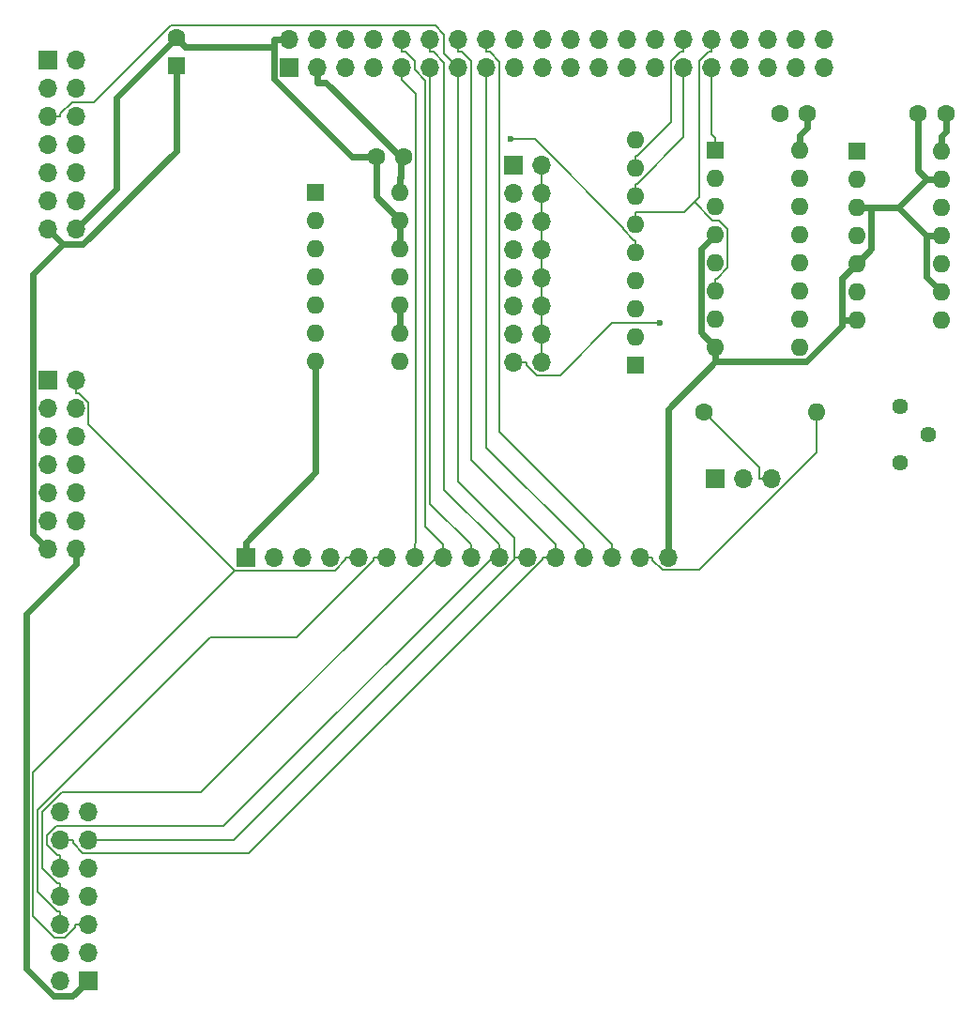
<source format=gbl>
G04 #@! TF.GenerationSoftware,KiCad,Pcbnew,(7.0.0-0)*
G04 #@! TF.CreationDate,2023-03-24T09:46:00+09:00*
G04 #@! TF.ProjectId,KZ80-SC1602,4b5a3830-2d53-4433-9136-30322e6b6963,rev?*
G04 #@! TF.SameCoordinates,PX5f5e100PY8f0d180*
G04 #@! TF.FileFunction,Copper,L2,Bot*
G04 #@! TF.FilePolarity,Positive*
%FSLAX46Y46*%
G04 Gerber Fmt 4.6, Leading zero omitted, Abs format (unit mm)*
G04 Created by KiCad (PCBNEW (7.0.0-0)) date 2023-03-24 09:46:00*
%MOMM*%
%LPD*%
G01*
G04 APERTURE LIST*
G04 #@! TA.AperFunction,ComponentPad*
%ADD10R,1.600000X1.600000*%
G04 #@! TD*
G04 #@! TA.AperFunction,ComponentPad*
%ADD11O,1.600000X1.600000*%
G04 #@! TD*
G04 #@! TA.AperFunction,ComponentPad*
%ADD12R,1.700000X1.700000*%
G04 #@! TD*
G04 #@! TA.AperFunction,ComponentPad*
%ADD13O,1.700000X1.700000*%
G04 #@! TD*
G04 #@! TA.AperFunction,ComponentPad*
%ADD14C,1.600000*%
G04 #@! TD*
G04 #@! TA.AperFunction,ComponentPad*
%ADD15C,1.440000*%
G04 #@! TD*
G04 #@! TA.AperFunction,ViaPad*
%ADD16C,0.600000*%
G04 #@! TD*
G04 #@! TA.AperFunction,Conductor*
%ADD17C,0.200000*%
G04 #@! TD*
G04 #@! TA.AperFunction,Conductor*
%ADD18C,0.600000*%
G04 #@! TD*
G04 APERTURE END LIST*
D10*
X57249999Y60324999D03*
D11*
X57249999Y62864999D03*
X57249999Y65404999D03*
X57249999Y67944999D03*
X57249999Y70484999D03*
X57249999Y73024999D03*
X57249999Y75564999D03*
X57249999Y78104999D03*
X57249999Y80644999D03*
D12*
X64444999Y50024999D03*
D13*
X66984999Y50024999D03*
X69524999Y50024999D03*
D14*
X82750000Y83000000D03*
X85250000Y83000000D03*
D15*
X81100000Y51500000D03*
X83640000Y54040000D03*
X81100000Y56580000D03*
D14*
X63445000Y56025000D03*
D11*
X73604999Y56024999D03*
D14*
X70250000Y83000000D03*
X72750000Y83000000D03*
D10*
X15799999Y87299999D03*
D14*
X15800000Y89800000D03*
D12*
X4219999Y87779999D03*
D13*
X6759999Y87779999D03*
X4219999Y85239999D03*
X6759999Y85239999D03*
X4219999Y82699999D03*
X6759999Y82699999D03*
X4219999Y80159999D03*
X6759999Y80159999D03*
X4219999Y77619999D03*
X6759999Y77619999D03*
X4219999Y75079999D03*
X6759999Y75079999D03*
X4219999Y72539999D03*
X6759999Y72539999D03*
D10*
X28379999Y75899999D03*
D11*
X28379999Y73359999D03*
X28379999Y70819999D03*
X28379999Y68279999D03*
X28379999Y65739999D03*
X28379999Y63199999D03*
X28379999Y60659999D03*
X35999999Y60659999D03*
X35999999Y63199999D03*
X35999999Y65739999D03*
X35999999Y68279999D03*
X35999999Y70819999D03*
X35999999Y73359999D03*
X35999999Y75899999D03*
D12*
X46259999Y78339999D03*
D13*
X48799999Y78339999D03*
X46259999Y75799999D03*
X48799999Y75799999D03*
X46259999Y73259999D03*
X48799999Y73259999D03*
X46259999Y70719999D03*
X48799999Y70719999D03*
X46259999Y68179999D03*
X48799999Y68179999D03*
X46259999Y65639999D03*
X48799999Y65639999D03*
X46259999Y63099999D03*
X48799999Y63099999D03*
X46259999Y60559999D03*
X48799999Y60559999D03*
D10*
X64449999Y79699999D03*
D11*
X64449999Y77159999D03*
X64449999Y74619999D03*
X64449999Y72079999D03*
X64449999Y69539999D03*
X64449999Y66999999D03*
X64449999Y64459999D03*
X64449999Y61919999D03*
X72069999Y61919999D03*
X72069999Y64459999D03*
X72069999Y66999999D03*
X72069999Y69539999D03*
X72069999Y72079999D03*
X72069999Y74619999D03*
X72069999Y77159999D03*
X72069999Y79699999D03*
D12*
X22069999Y42969999D03*
D13*
X24609999Y42969999D03*
X27149999Y42969999D03*
X29689999Y42969999D03*
X32229999Y42969999D03*
X34769999Y42969999D03*
X37309999Y42969999D03*
X39849999Y42969999D03*
X42389999Y42969999D03*
X44929999Y42969999D03*
X47469999Y42969999D03*
X50009999Y42969999D03*
X52549999Y42969999D03*
X55089999Y42969999D03*
X57629999Y42969999D03*
X60169999Y42969999D03*
D12*
X26019999Y87159999D03*
D13*
X26019999Y89699999D03*
X28559999Y87159999D03*
X28559999Y89699999D03*
X31099999Y87159999D03*
X31099999Y89699999D03*
X33639999Y87159999D03*
X33639999Y89699999D03*
X36179999Y87159999D03*
X36179999Y89699999D03*
X38719999Y87159999D03*
X38719999Y89699999D03*
X41259999Y87159999D03*
X41259999Y89699999D03*
X43799999Y87159999D03*
X43799999Y89699999D03*
X46339999Y87159999D03*
X46339999Y89699999D03*
X48879999Y87159999D03*
X48879999Y89699999D03*
X51419999Y87159999D03*
X51419999Y89699999D03*
X53959999Y87159999D03*
X53959999Y89699999D03*
X56499999Y87159999D03*
X56499999Y89699999D03*
X59039999Y87159999D03*
X59039999Y89699999D03*
X61579999Y87159999D03*
X61579999Y89699999D03*
X64119999Y87159999D03*
X64119999Y89699999D03*
X66659999Y87159999D03*
X66659999Y89699999D03*
X69199999Y87159999D03*
X69199999Y89699999D03*
X71739999Y87159999D03*
X71739999Y89699999D03*
X74279999Y87159999D03*
X74279999Y89699999D03*
D12*
X4219999Y58909999D03*
D13*
X6759999Y58909999D03*
X4219999Y56369999D03*
X6759999Y56369999D03*
X4219999Y53829999D03*
X6759999Y53829999D03*
X4219999Y51289999D03*
X6759999Y51289999D03*
X4219999Y48749999D03*
X6759999Y48749999D03*
X4219999Y46209999D03*
X6759999Y46209999D03*
X4219999Y43669999D03*
X6759999Y43669999D03*
D14*
X33850000Y79100000D03*
X36350000Y79100000D03*
D10*
X77199999Y79624999D03*
D11*
X77199999Y77084999D03*
X77199999Y74544999D03*
X77199999Y72004999D03*
X77199999Y69464999D03*
X77199999Y66924999D03*
X77199999Y64384999D03*
X84819999Y64384999D03*
X84819999Y66924999D03*
X84819999Y69464999D03*
X84819999Y72004999D03*
X84819999Y74544999D03*
X84819999Y77084999D03*
X84819999Y79624999D03*
D12*
X7869999Y4749999D03*
D13*
X5329999Y4749999D03*
X7869999Y7289999D03*
X5329999Y7289999D03*
X7869999Y9829999D03*
X5329999Y9829999D03*
X7869999Y12369999D03*
X5329999Y12369999D03*
X7869999Y14909999D03*
X5329999Y14909999D03*
X7869999Y17449999D03*
X5329999Y17449999D03*
X7869999Y19989999D03*
X5329999Y19989999D03*
D16*
X45994600Y80678300D03*
X59417200Y64073400D03*
D17*
X48135900Y80678300D02*
X45994600Y80678300D01*
X56149900Y72664300D02*
X48135900Y80678300D01*
X56149900Y72529300D02*
X56149900Y72664300D01*
X57094100Y71585100D02*
X56149900Y72529300D01*
X57250000Y71585100D02*
X57094100Y71585100D01*
X57250000Y70485000D02*
X57250000Y71585100D01*
X46260000Y60560000D02*
X47410100Y60560000D01*
X47410100Y60321700D02*
X47410100Y60560000D01*
X48347700Y59384100D02*
X47410100Y60321700D01*
X50434100Y59384100D02*
X48347700Y59384100D01*
X55123400Y64073400D02*
X50434100Y59384100D01*
X59417200Y64073400D02*
X55123400Y64073400D01*
X68374900Y51095100D02*
X68374900Y50025000D01*
X63445000Y56025000D02*
X68374900Y51095100D01*
X69525000Y50025000D02*
X68374900Y50025000D01*
X73605000Y52407900D02*
X73605000Y56025000D01*
X63009300Y41812200D02*
X73605000Y52407900D01*
X59650400Y41812200D02*
X63009300Y41812200D01*
X58780100Y42682500D02*
X59650400Y41812200D01*
X58780100Y42970000D02*
X58780100Y42682500D01*
X57630000Y42970000D02*
X58780100Y42970000D01*
X5091700Y10980100D02*
X5330000Y10980100D01*
X3316300Y12755500D02*
X5091700Y10980100D01*
X3316300Y20168800D02*
X3316300Y12755500D01*
X18902600Y35755100D02*
X3316300Y20168800D01*
X26692500Y35755100D02*
X18902600Y35755100D01*
X33619900Y42682500D02*
X26692500Y35755100D01*
X33619900Y42970000D02*
X33619900Y42682500D01*
X34770000Y42970000D02*
X33619900Y42970000D01*
X5330000Y9830000D02*
X5330000Y10980100D01*
X48800000Y60560000D02*
X48800000Y63100000D01*
X48800000Y63100000D02*
X48800000Y65640000D01*
X48800000Y65640000D02*
X48800000Y68180000D01*
X48800000Y73260000D02*
X48800000Y75800000D01*
X48800000Y75800000D02*
X48800000Y78340000D01*
X48800000Y68180000D02*
X48800000Y70720000D01*
X48800000Y70720000D02*
X48800000Y73260000D01*
X64120000Y89700000D02*
X64120000Y88549900D01*
X57250000Y73025000D02*
X57250000Y74125100D01*
X61675500Y74125100D02*
X57250000Y74125100D01*
X62530000Y74979600D02*
X61675500Y74125100D01*
X64159600Y73350000D02*
X62530000Y74979600D01*
X64745300Y73350000D02*
X64159600Y73350000D01*
X65554500Y72540800D02*
X64745300Y73350000D01*
X65554500Y69067100D02*
X65554500Y72540800D01*
X64587500Y68100100D02*
X65554500Y69067100D01*
X64450000Y68100100D02*
X64587500Y68100100D01*
X63832400Y88549900D02*
X64120000Y88549900D01*
X62969900Y87687400D02*
X63832400Y88549900D01*
X62969900Y75419500D02*
X62969900Y87687400D01*
X62530000Y74979600D02*
X62969900Y75419500D01*
X64450000Y67000000D02*
X64450000Y68100100D01*
X64120000Y81130100D02*
X64450000Y80800100D01*
X64120000Y87160000D02*
X64120000Y81130100D01*
X64450000Y79700000D02*
X64450000Y80800100D01*
X61580000Y89700000D02*
X61580000Y88549900D01*
X57250000Y78105000D02*
X57250000Y79205100D01*
X57409500Y79205100D02*
X57250000Y79205100D01*
X60429900Y82225500D02*
X57409500Y79205100D01*
X60429900Y87687400D02*
X60429900Y82225500D01*
X61292400Y88549900D02*
X60429900Y87687400D01*
X61580000Y88549900D02*
X61292400Y88549900D01*
X57250000Y75565000D02*
X57250000Y76665100D01*
X57409500Y76665100D02*
X57250000Y76665100D01*
X61580000Y80835600D02*
X57409500Y76665100D01*
X61580000Y87160000D02*
X61580000Y80835600D01*
X6760000Y58910000D02*
X6760000Y57759900D01*
X32230000Y42970000D02*
X31079900Y42970000D01*
X7870000Y9830000D02*
X6719900Y9830000D01*
X7910100Y54982900D02*
X21118400Y41774600D01*
X7910100Y56897400D02*
X7910100Y54982900D01*
X7047600Y57759900D02*
X7910100Y56897400D01*
X6760000Y57759900D02*
X7047600Y57759900D01*
X31079900Y42731700D02*
X31079900Y42970000D01*
X30122800Y41774600D02*
X31079900Y42731700D01*
X21118400Y41774600D02*
X30122800Y41774600D01*
X6719900Y9591700D02*
X6719900Y9830000D01*
X5767600Y8639400D02*
X6719900Y9591700D01*
X4855500Y8639400D02*
X5767600Y8639400D01*
X2916100Y10578800D02*
X4855500Y8639400D01*
X2916100Y23572300D02*
X2916100Y10578800D01*
X21118400Y41774600D02*
X2916100Y23572300D01*
X43800000Y89700000D02*
X43800000Y88549900D01*
X55090000Y42970000D02*
X55090000Y44120100D01*
X44087500Y88549900D02*
X43800000Y88549900D01*
X44973200Y87664200D02*
X44087500Y88549900D01*
X44973200Y54236900D02*
X44973200Y87664200D01*
X55090000Y44120100D02*
X44973200Y54236900D01*
X43800000Y52870100D02*
X52550000Y44120100D01*
X43800000Y86009900D02*
X43800000Y52870100D01*
X43800000Y87160000D02*
X43800000Y86009900D01*
X52550000Y42970000D02*
X52550000Y44120100D01*
X50010000Y42970000D02*
X50010000Y44120100D01*
X42410100Y51720000D02*
X50010000Y44120100D01*
X42410100Y87687400D02*
X42410100Y51720000D01*
X41547600Y88549900D02*
X42410100Y87687400D01*
X41260000Y88549900D02*
X41547600Y88549900D01*
X5330000Y17450000D02*
X6480100Y17450000D01*
X50010000Y42970000D02*
X48859900Y42970000D01*
X41260000Y89700000D02*
X41260000Y88549900D01*
X6480100Y17162500D02*
X6480100Y17450000D01*
X7395700Y16246900D02*
X6480100Y17162500D01*
X22375100Y16246900D02*
X7395700Y16246900D01*
X48859900Y42731700D02*
X22375100Y16246900D01*
X48859900Y42970000D02*
X48859900Y42731700D01*
X47470000Y42970000D02*
X46319900Y42970000D01*
X21036600Y17450000D02*
X7870000Y17450000D01*
X46319900Y42733300D02*
X21036600Y17450000D01*
X46319900Y42970000D02*
X46319900Y42733300D01*
X41260000Y49785000D02*
X41260000Y87160000D01*
X46319900Y44725100D02*
X41260000Y49785000D01*
X46319900Y42970000D02*
X46319900Y44725100D01*
X5370100Y82938300D02*
X5370100Y82700000D01*
X6401800Y83970000D02*
X5370100Y82938300D01*
X8380000Y83970000D02*
X6401800Y83970000D01*
X15336000Y90926000D02*
X8380000Y83970000D01*
X39192300Y90926000D02*
X15336000Y90926000D01*
X39990000Y90128300D02*
X39192300Y90926000D01*
X39990000Y88430000D02*
X39990000Y90128300D01*
X41260000Y87160000D02*
X39990000Y88430000D01*
X4220000Y82700000D02*
X5370100Y82700000D01*
X39990000Y49060100D02*
X44930000Y44120100D01*
X39990000Y87572000D02*
X39990000Y49060100D01*
X39012100Y88549900D02*
X39990000Y87572000D01*
X38720000Y88549900D02*
X39012100Y88549900D01*
X38720000Y89700000D02*
X38720000Y88549900D01*
X44930000Y42970000D02*
X44930000Y43545100D01*
X44930000Y43545100D02*
X44930000Y44120100D01*
X5091700Y16060100D02*
X5330000Y16060100D01*
X4131300Y17020500D02*
X5091700Y16060100D01*
X4131300Y17890300D02*
X4131300Y17020500D01*
X4961000Y18720000D02*
X4131300Y17890300D01*
X20104900Y18720000D02*
X4961000Y18720000D01*
X44930000Y43545100D02*
X20104900Y18720000D01*
X5330000Y14910000D02*
X5330000Y16060100D01*
X42390000Y42970000D02*
X42390000Y44120100D01*
X38720000Y47790100D02*
X38720000Y87160000D01*
X42390000Y44120100D02*
X38720000Y47790100D01*
X36180000Y89700000D02*
X36180000Y88549900D01*
X36467600Y88549900D02*
X36180000Y88549900D01*
X37330100Y87687400D02*
X36467600Y88549900D01*
X37330100Y86923300D02*
X37330100Y87687400D01*
X38285000Y85968400D02*
X37330100Y86923300D01*
X38285000Y45685100D02*
X38285000Y85968400D01*
X39850000Y44120100D02*
X38285000Y45685100D01*
X39850000Y42970000D02*
X39850000Y43545100D01*
X39850000Y43545100D02*
X39850000Y44120100D01*
X5330000Y12370000D02*
X5330000Y13520100D01*
X18075400Y21770500D02*
X39850000Y43545100D01*
X5483900Y21770500D02*
X18075400Y21770500D01*
X3731100Y20017700D02*
X5483900Y21770500D01*
X3731100Y14880700D02*
X3731100Y20017700D01*
X5091700Y13520100D02*
X3731100Y14880700D01*
X5330000Y13520100D02*
X5091700Y13520100D01*
X37452200Y44262300D02*
X37310000Y44120100D01*
X37452200Y84737700D02*
X37452200Y44262300D01*
X36180000Y86009900D02*
X37452200Y84737700D01*
X36180000Y87160000D02*
X36180000Y86009900D01*
X37310000Y42970000D02*
X37310000Y44120100D01*
D18*
X36000000Y65740000D02*
X36000000Y63200000D01*
X36000000Y73360000D02*
X36000000Y70820000D01*
X84820000Y77085000D02*
X83519900Y77085000D01*
X82750000Y77854900D02*
X83519900Y77085000D01*
X82750000Y83000000D02*
X82750000Y77854900D01*
X77200000Y74545000D02*
X78500100Y74545000D01*
X80979900Y74545000D02*
X83519900Y72005000D01*
X80979900Y74545000D02*
X83519900Y77085000D01*
X22070000Y42970000D02*
X22070000Y44320100D01*
X28380000Y50630100D02*
X22070000Y44320100D01*
X28380000Y60660000D02*
X28380000Y50630100D01*
X6760000Y43670000D02*
X6760000Y42319900D01*
X24669900Y89030900D02*
X24658100Y89019100D01*
X24669900Y89700000D02*
X24669900Y89030900D01*
X16580900Y89019100D02*
X15800000Y89800000D01*
X24658100Y89019100D02*
X16580900Y89019100D01*
X26020000Y89700000D02*
X24669900Y89700000D01*
X63144600Y70774600D02*
X64450000Y72080000D01*
X63144600Y63225400D02*
X63144600Y70774600D01*
X64450000Y61920000D02*
X63144600Y63225400D01*
X64450000Y61920000D02*
X64450000Y60619900D01*
X77200000Y64385000D02*
X75899900Y64385000D01*
X60170000Y56339900D02*
X64450000Y60619900D01*
X60170000Y42970000D02*
X60170000Y56339900D01*
X75899900Y63846300D02*
X75899900Y64385000D01*
X72673500Y60619900D02*
X75899900Y63846300D01*
X64450000Y60619900D02*
X72673500Y60619900D01*
X75899900Y68164900D02*
X77200000Y69465000D01*
X75899900Y64385000D02*
X75899900Y68164900D01*
X84820000Y72005000D02*
X83720000Y72005000D01*
X83720000Y72005000D02*
X83519900Y72005000D01*
X83519900Y68225100D02*
X84820000Y66925000D01*
X83519900Y72005000D02*
X83519900Y68225100D01*
X78500100Y74545000D02*
X80979900Y74545000D01*
X78500100Y70765100D02*
X77200000Y69465000D01*
X78500100Y74545000D02*
X78500100Y70765100D01*
X10429100Y76209100D02*
X6760000Y72540000D01*
X10429100Y84429100D02*
X10429100Y76209100D01*
X15800000Y89800000D02*
X10429100Y84429100D01*
X31668800Y79100000D02*
X33850000Y79100000D01*
X24658100Y86110700D02*
X31668800Y79100000D01*
X24658100Y89019100D02*
X24658100Y86110700D01*
X33850000Y75510000D02*
X36000000Y73360000D01*
X33850000Y79100000D02*
X33850000Y75510000D01*
X6468700Y3348700D02*
X7870000Y4750000D01*
X4775300Y3348700D02*
X6468700Y3348700D01*
X2316000Y5808000D02*
X4775300Y3348700D01*
X2316000Y37875900D02*
X2316000Y5808000D01*
X6760000Y42319900D02*
X2316000Y37875900D01*
X72750000Y81680100D02*
X72750000Y83000000D01*
X72070000Y81000100D02*
X72750000Y81680100D01*
X72070000Y79700000D02*
X72070000Y81000100D01*
X85250000Y81355100D02*
X85250000Y83000000D01*
X84820000Y80925100D02*
X85250000Y81355100D01*
X84820000Y79625000D02*
X84820000Y80925100D01*
X28560000Y87160000D02*
X28560000Y85809900D01*
X36000000Y75900000D02*
X36000000Y77200100D01*
X36043200Y79100000D02*
X36350000Y79100000D01*
X29333300Y85809900D02*
X36043200Y79100000D01*
X28560000Y85809900D02*
X29333300Y85809900D01*
X36043200Y77243300D02*
X36000000Y77200100D01*
X36043200Y79100000D02*
X36043200Y77243300D01*
X2869800Y68476200D02*
X5576800Y71183200D01*
X2869800Y45020200D02*
X2869800Y68476200D01*
X4220000Y43670000D02*
X2869800Y45020200D01*
X7357400Y71183200D02*
X5576800Y71183200D01*
X15800000Y79625800D02*
X7357400Y71183200D01*
X15800000Y87300000D02*
X15800000Y79625800D01*
X5576800Y71183200D02*
X4220000Y72540000D01*
M02*

</source>
